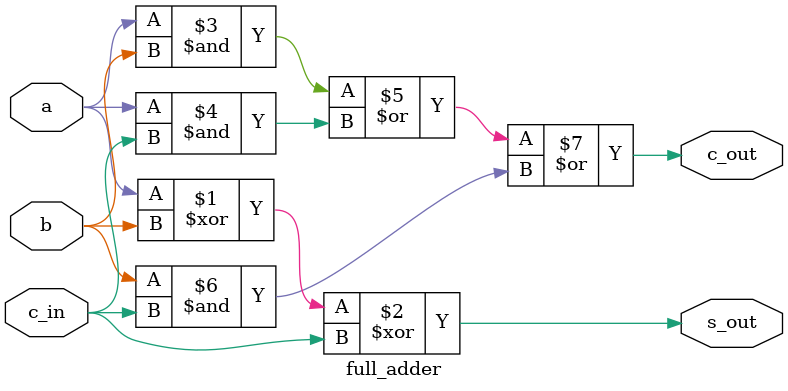
<source format=v>
module full_adder(
	 //Inputs
    input a,
    input b,
    input c_in,
	 //Outputs
    output s_out,
    output c_out
    );
        
    //Combinatorial assign of c_in (a ^ b ^ c_in)
    assign s_out = a ^ b ^ c_in;
    
    //Combinatorial assign of c_out
    assign c_out = (a & b)|(a & c_in)|(b & c_in);    
    
endmodule

</source>
